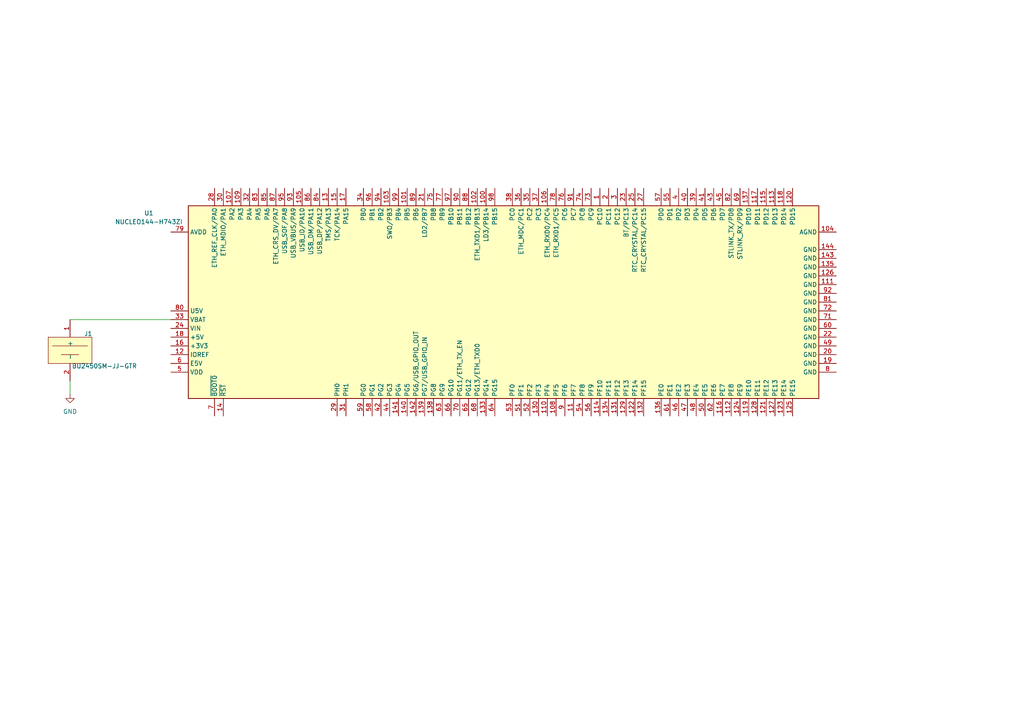
<source format=kicad_sch>
(kicad_sch (version 20231120) (generator "eeschema") (generator_version "8.0")
  (paper "A4")
  (lib_symbols
    (symbol "AVR-KiCAD-Lib-Battery-Holders:BU2450SM-JJ-GTR" (pin_names (offset 1.016))
      (property "Reference" "J" (at -2.54 6.35 0))
      (property "Value" "BU2450SM-JJ-GTR" (at 2.54 -8.89 0))
      (symbol "BU2450SM-JJ-GTR_0_1"
        (rectangle (start -3.81 5.08) (end 3.81 -7.62) (fill (type background)))
        (polyline (pts (xy -1.27 3.81) (xy -1.27 -6.35)))
        (polyline (pts (xy 1.27 1.27) (xy 1.27 -3.81)))
      )
      (symbol "BU2450SM-JJ-GTR_1_1"
        (pin power_out line (at -8.89 -1.27 0) (length 5.08) (name "+") (number "1"))
        (pin passive line (at 8.89 -1.27 180) (length 5.08) (name "-") (number "2"))
      )
    )
    (symbol "MCU_Module:NUCLEO144-H743ZI"
      (property "Reference" "U" (at -22.86 94.615 0))
      (property "Value" "NUCLEO144-H743ZI" (at -22.86 92.71 0))
      (symbol "NUCLEO144-H743ZI_0_1"
        (rectangle (start -27.94 -91.44) (end 27.94 91.44) (stroke (width 0.254)) (fill (type background)))
      )
      (symbol "NUCLEO144-H743ZI_1_1"
        (pin bidirectional line (at 33.02 -27.94 180) (length 5.08) (name "PC10") (number "1"))
        (pin no_connect line (at -27.94 55.88 0) (length 5.08) hide (name "NC") (number "10"))
        (pin bidirectional line (at 33.02 5.08 180) (length 5.08) (name "LD3/PB14") (number "100"))
        (pin bidirectional line (at 33.02 27.94 180) (length 5.08) (name "PB5") (number "101"))
        (pin bidirectional line (at 33.02 7.62 180) (length 5.08) (name "ETH_TXD1/PB13") (number "102"))
        (pin bidirectional line (at 33.02 33.02 180) (length 5.08) (name "SWO/PB3") (number "103"))
        (pin power_in line (at 20.32 -96.52 90) (length 5.08) (name "AGND") (number "104"))
        (pin bidirectional line (at 33.02 58.42 180) (length 5.08) (name "USB_ID/PA10") (number "105"))
        (pin bidirectional line (at 33.02 -12.7 180) (length 5.08) (name "ETH_RXD0/PC4") (number "106"))
        (pin bidirectional line (at 33.02 78.74 180) (length 5.08) (name "PA2") (number "107"))
        (pin bidirectional line (at -33.02 -15.24 0) (length 5.08) (name "PF5") (number "108"))
        (pin bidirectional line (at 33.02 76.2 180) (length 5.08) (name "PA3") (number "109"))
        (pin bidirectional line (at -33.02 -20.32 0) (length 5.08) (name "PF7") (number "11"))
        (pin bidirectional line (at -33.02 -12.7 0) (length 5.08) (name "PF4") (number "110"))
        (pin power_in line (at 5.08 -96.52 90) (length 5.08) (name "GND") (number "111"))
        (pin bidirectional line (at -33.02 -66.04 0) (length 5.08) (name "PE8") (number "112"))
        (pin bidirectional line (at 33.02 -78.74 180) (length 5.08) (name "PD13") (number "113"))
        (pin bidirectional line (at -33.02 -27.94 0) (length 5.08) (name "PF10") (number "114"))
        (pin bidirectional line (at 33.02 -76.2 180) (length 5.08) (name "PD12") (number "115"))
        (pin bidirectional line (at -33.02 -63.5 0) (length 5.08) (name "PE7") (number "116"))
        (pin bidirectional line (at 33.02 -73.66 180) (length 5.08) (name "PD11") (number "117"))
        (pin bidirectional line (at 33.02 -81.28 180) (length 5.08) (name "PD14") (number "118"))
        (pin bidirectional line (at -33.02 -71.12 0) (length 5.08) (name "PE10") (number "119"))
        (pin power_in line (at -15.24 96.52 270) (length 5.08) (name "IOREF") (number "12"))
        (pin bidirectional line (at 33.02 -83.82 180) (length 5.08) (name "PD15") (number "120"))
        (pin bidirectional line (at -33.02 -76.2 0) (length 5.08) (name "PE12") (number "121"))
        (pin bidirectional line (at -33.02 -38.1 0) (length 5.08) (name "PF14") (number "122"))
        (pin bidirectional line (at -33.02 -81.28 0) (length 5.08) (name "PE14") (number "123"))
        (pin bidirectional line (at -33.02 -68.58 0) (length 5.08) (name "PE9") (number "124"))
        (pin bidirectional line (at -33.02 -83.82 0) (length 5.08) (name "PE15") (number "125"))
        (pin power_in line (at 7.62 -96.52 90) (length 5.08) (name "GND") (number "126"))
        (pin bidirectional line (at -33.02 -78.74 0) (length 5.08) (name "PE13") (number "127"))
        (pin bidirectional line (at -33.02 -73.66 0) (length 5.08) (name "PE11") (number "128"))
        (pin bidirectional line (at -33.02 -35.56 0) (length 5.08) (name "PF13") (number "129"))
        (pin bidirectional line (at 33.02 50.8 180) (length 5.08) (name "TMS/PA13") (number "13"))
        (pin bidirectional line (at -33.02 -10.16 0) (length 5.08) (name "PF3") (number "130"))
        (pin bidirectional line (at -33.02 -33.02 0) (length 5.08) (name "PF12") (number "131"))
        (pin bidirectional line (at -33.02 -40.64 0) (length 5.08) (name "PF15") (number "132"))
        (pin bidirectional line (at -33.02 5.08 0) (length 5.08) (name "PG14") (number "133"))
        (pin bidirectional line (at -33.02 -30.48 0) (length 5.08) (name "PF11") (number "134"))
        (pin power_in line (at 10.16 -96.52 90) (length 5.08) (name "GND") (number "135"))
        (pin bidirectional line (at -33.02 -45.72 0) (length 5.08) (name "PE0") (number "136"))
        (pin bidirectional line (at 33.02 -71.12 180) (length 5.08) (name "PD10") (number "137"))
        (pin bidirectional line (at -33.02 20.32 0) (length 5.08) (name "PG8") (number "138"))
        (pin bidirectional line (at -33.02 22.86 0) (length 5.08) (name "PG7/USB_GPIO_IN") (number "139"))
        (pin input line (at -33.02 81.28 0) (length 5.08) (name "~{RST}") (number "14"))
        (pin bidirectional line (at -33.02 27.94 0) (length 5.08) (name "PG5") (number "140"))
        (pin bidirectional line (at -33.02 30.48 0) (length 5.08) (name "PG4") (number "141"))
        (pin bidirectional line (at -33.02 25.4 0) (length 5.08) (name "PG6/USB_GPIO_OUT") (number "142"))
        (pin power_in line (at 12.7 -96.52 90) (length 5.08) (name "GND") (number "143"))
        (pin power_in line (at 15.24 -96.52 90) (length 5.08) (name "GND") (number "144"))
        (pin bidirectional line (at 33.02 48.26 180) (length 5.08) (name "TCK/PA14") (number "15"))
        (pin power_in line (at -12.7 96.52 270) (length 5.08) (name "+3V3") (number "16"))
        (pin bidirectional line (at 33.02 45.72 180) (length 5.08) (name "PA15") (number "17"))
        (pin power_in line (at -10.16 96.52 270) (length 5.08) (name "+5V") (number "18"))
        (pin power_in line (at -17.78 -96.52 90) (length 5.08) (name "GND") (number "19"))
        (pin bidirectional line (at 33.02 -30.48 180) (length 5.08) (name "PC11") (number "2"))
        (pin power_in line (at -15.24 -96.52 90) (length 5.08) (name "GND") (number "20"))
        (pin bidirectional line (at 33.02 22.86 180) (length 5.08) (name "LD2/PB7") (number "21"))
        (pin power_in line (at -10.16 -96.52 90) (length 5.08) (name "GND") (number "22"))
        (pin bidirectional line (at 33.02 -35.56 180) (length 5.08) (name "BT/PC13") (number "23"))
        (pin power_in line (at -7.62 96.52 270) (length 5.08) (name "VIN") (number "24"))
        (pin bidirectional line (at 33.02 -38.1 180) (length 5.08) (name "RTC_CRYSTAL/PC14") (number "25"))
        (pin no_connect line (at -27.94 58.42 0) (length 5.08) hide (name "NC") (number "26"))
        (pin bidirectional line (at 33.02 -40.64 180) (length 5.08) (name "RTC_CRYSTAL/PC15") (number "27"))
        (pin bidirectional line (at 33.02 83.82 180) (length 5.08) (name "ETH_REF_CLK/PA0") (number "28"))
        (pin bidirectional line (at -33.02 48.26 0) (length 5.08) (name "PH0") (number "29"))
        (pin bidirectional line (at 33.02 -33.02 180) (length 5.08) (name "PC12") (number "3"))
        (pin bidirectional line (at 33.02 81.28 180) (length 5.08) (name "ETH_MDIO/PA1") (number "30"))
        (pin bidirectional line (at -33.02 45.72 0) (length 5.08) (name "PH1") (number "31"))
        (pin bidirectional line (at 33.02 73.66 180) (length 5.08) (name "PA4") (number "32"))
        (pin power_in line (at -5.08 96.52 270) (length 5.08) (name "VBAT") (number "33"))
        (pin bidirectional line (at 33.02 40.64 180) (length 5.08) (name "PB0") (number "34"))
        (pin bidirectional line (at 33.02 -7.62 180) (length 5.08) (name "PC2") (number "35"))
        (pin bidirectional line (at 33.02 -5.08 180) (length 5.08) (name "ETH_MDC/PC1") (number "36"))
        (pin bidirectional line (at 33.02 -10.16 180) (length 5.08) (name "PC3") (number "37"))
        (pin bidirectional line (at 33.02 -2.54 180) (length 5.08) (name "PC0") (number "38"))
        (pin bidirectional line (at 33.02 -55.88 180) (length 5.08) (name "PD4") (number "39"))
        (pin bidirectional line (at 33.02 -50.8 180) (length 5.08) (name "PD2") (number "4"))
        (pin bidirectional line (at 33.02 -53.34 180) (length 5.08) (name "PD3") (number "40"))
        (pin bidirectional line (at 33.02 -58.42 180) (length 5.08) (name "PD5") (number "41"))
        (pin bidirectional line (at -33.02 35.56 0) (length 5.08) (name "PG2") (number "42"))
        (pin bidirectional line (at 33.02 -60.96 180) (length 5.08) (name "PD6") (number "43"))
        (pin bidirectional line (at -33.02 33.02 0) (length 5.08) (name "PG3") (number "44"))
        (pin bidirectional line (at 33.02 -63.5 180) (length 5.08) (name "PD7") (number "45"))
        (pin bidirectional line (at -33.02 -50.8 0) (length 5.08) (name "PE2") (number "46"))
        (pin bidirectional line (at -33.02 -53.34 0) (length 5.08) (name "PE3") (number "47"))
        (pin bidirectional line (at -33.02 -55.88 0) (length 5.08) (name "PE4") (number "48"))
        (pin power_in line (at -12.7 -96.52 90) (length 5.08) (name "GND") (number "49"))
        (pin power_in line (at -20.32 96.52 270) (length 5.08) (name "VDD") (number "5"))
        (pin bidirectional line (at -33.02 -58.42 0) (length 5.08) (name "PE5") (number "50"))
        (pin bidirectional line (at -33.02 -5.08 0) (length 5.08) (name "PF1") (number "51"))
        (pin bidirectional line (at -33.02 -7.62 0) (length 5.08) (name "PF2") (number "52"))
        (pin bidirectional line (at -33.02 -2.54 0) (length 5.08) (name "PF0") (number "53"))
        (pin bidirectional line (at -33.02 -22.86 0) (length 5.08) (name "PF8") (number "54"))
        (pin bidirectional line (at 33.02 -48.26 180) (length 5.08) (name "PD1") (number "55"))
        (pin bidirectional line (at -33.02 -25.4 0) (length 5.08) (name "PF9") (number "56"))
        (pin bidirectional line (at 33.02 -45.72 180) (length 5.08) (name "PD0") (number "57"))
        (pin bidirectional line (at -33.02 38.1 0) (length 5.08) (name "PG1") (number "58"))
        (pin bidirectional line (at -33.02 40.64 0) (length 5.08) (name "PG0") (number "59"))
        (pin power_in line (at -17.78 96.52 270) (length 5.08) (name "E5V") (number "6"))
        (pin power_in line (at -7.62 -96.52 90) (length 5.08) (name "GND") (number "60"))
        (pin bidirectional line (at -33.02 -48.26 0) (length 5.08) (name "PE1") (number "61"))
        (pin bidirectional line (at -33.02 -60.96 0) (length 5.08) (name "PE6") (number "62"))
        (pin bidirectional line (at -33.02 17.78 0) (length 5.08) (name "PG9") (number "63"))
        (pin bidirectional line (at -33.02 2.54 0) (length 5.08) (name "PG15") (number "64"))
        (pin bidirectional line (at -33.02 10.16 0) (length 5.08) (name "PG12") (number "65"))
        (pin bidirectional line (at -33.02 15.24 0) (length 5.08) (name "PG10") (number "66"))
        (pin no_connect line (at -27.94 53.34 0) (length 5.08) hide (name "NC") (number "67"))
        (pin bidirectional line (at -33.02 7.62 0) (length 5.08) (name "PG13/ETH_TXD0") (number "68"))
        (pin bidirectional line (at 33.02 -68.58 180) (length 5.08) (name "STLINK_RX/PD9") (number "69"))
        (pin input line (at -33.02 83.82 0) (length 5.08) (name "~{BOOT0}") (number "7"))
        (pin bidirectional line (at -33.02 12.7 0) (length 5.08) (name "PG11/ETH_TX_EN") (number "70"))
        (pin power_in line (at -5.08 -96.52 90) (length 5.08) (name "GND") (number "71"))
        (pin power_in line (at -2.54 -96.52 90) (length 5.08) (name "GND") (number "72"))
        (pin bidirectional line (at 33.02 -25.4 180) (length 5.08) (name "PC9") (number "73"))
        (pin bidirectional line (at 33.02 -22.86 180) (length 5.08) (name "PC8") (number "74"))
        (pin bidirectional line (at 33.02 20.32 180) (length 5.08) (name "PB8") (number "75"))
        (pin bidirectional line (at 33.02 -17.78 180) (length 5.08) (name "PC6") (number "76"))
        (pin bidirectional line (at 33.02 17.78 180) (length 5.08) (name "PB9") (number "77"))
        (pin bidirectional line (at 33.02 -15.24 180) (length 5.08) (name "ETH_RXD1/PC5") (number "78"))
        (pin power_in line (at 20.32 96.52 270) (length 5.08) (name "AVDD") (number "79"))
        (pin power_in line (at -20.32 -96.52 90) (length 5.08) (name "GND") (number "8"))
        (pin power_in line (at -2.54 96.52 270) (length 5.08) (name "U5V") (number "80"))
        (pin power_in line (at 0 -96.52 90) (length 5.08) (name "GND") (number "81"))
        (pin bidirectional line (at 33.02 -66.04 180) (length 5.08) (name "STLINK_TX/PD8") (number "82"))
        (pin bidirectional line (at 33.02 71.12 180) (length 5.08) (name "PA5") (number "83"))
        (pin bidirectional line (at 33.02 53.34 180) (length 5.08) (name "USB_DP/PA12") (number "84"))
        (pin bidirectional line (at 33.02 68.58 180) (length 5.08) (name "PA6") (number "85"))
        (pin bidirectional line (at 33.02 55.88 180) (length 5.08) (name "USB_DM/PA11") (number "86"))
        (pin bidirectional line (at 33.02 66.04 180) (length 5.08) (name "ETH_CRS_DV/PA7") (number "87"))
        (pin bidirectional line (at 33.02 10.16 180) (length 5.08) (name "PB12") (number "88"))
        (pin bidirectional line (at 33.02 25.4 180) (length 5.08) (name "PB6") (number "89"))
        (pin bidirectional line (at -33.02 -17.78 0) (length 5.08) (name "PF6") (number "9"))
        (pin bidirectional line (at 33.02 12.7 180) (length 5.08) (name "PB11") (number "90"))
        (pin bidirectional line (at 33.02 -20.32 180) (length 5.08) (name "PC7") (number "91"))
        (pin power_in line (at 2.54 -96.52 90) (length 5.08) (name "GND") (number "92"))
        (pin bidirectional line (at 33.02 60.96 180) (length 5.08) (name "USB_VBUS/PA9") (number "93"))
        (pin bidirectional line (at 33.02 35.56 180) (length 5.08) (name "PB2") (number "94"))
        (pin bidirectional line (at 33.02 63.5 180) (length 5.08) (name "USB_SOF/PA8") (number "95"))
        (pin bidirectional line (at 33.02 38.1 180) (length 5.08) (name "PB1") (number "96"))
        (pin bidirectional line (at 33.02 15.24 180) (length 5.08) (name "PB10") (number "97"))
        (pin bidirectional line (at 33.02 2.54 180) (length 5.08) (name "PB15") (number "98"))
        (pin bidirectional line (at 33.02 30.48 180) (length 5.08) (name "PB4") (number "99"))
      )
    )
    (symbol "power:GND" (power) (pin_numbers hide) (pin_names (offset 0) hide)
      (property "Value" "GND" (at 0 -3.81 0))
      (symbol "GND_0_1"
        (polyline (pts (xy 0 0) (xy 0 -1.27) (xy 1.27 -1.27) (xy 0 -2.54) (xy -1.27 -1.27) (xy 0 -1.27)))
      )
      (symbol "GND_1_1"
        (pin power_in line (at 0 0 270) (length 0) (name "~") (number "1"))
      )
    )
  )
  (wire (pts (xy 20.32 92.71) (xy 49.53 92.71)))
  (wire (pts (xy 20.32 110.49) (xy 20.32 114.3)))
  (symbol (lib_id "power:GND") (at 20.32 114.3 0) (unit 1)
    (property "Reference" "#PWR01" (effects (hide yes)))
    (property "Value" "GND" (at 20.32 119.38 0))
    (property "Description" "Power symbol creates a global label with name \"GND\" , ground" (effects (hide yes)))
  )
  (symbol (lib_id "MCU_Module:NUCLEO144-H743ZI") (at 146.05 87.63 90) (unit 1)
    (property "Reference" "U1" (at 43.18 61.8138 90))
    (property "Value" "NUCLEO144-H743ZI" (at 43.18 64.3538 90))
    (property "Footprint" "Module:ST_Morpho_Connector_144_STLink" (effects (hide yes)))
    (property "Datasheet" "https://www.st.com/resource/en/user_manual/dm00244518-stm32-nucleo144-boards-stmicroelectronics.pdf" (effects (hide yes)))
    (property "Description" "Nucleo 144 Development Board with STM32H743ZIT6 MCU, 1024kB RAM, 2Mb FLASH" (effects (hide yes)))
  )
  (symbol (lib_id "AVR-KiCAD-Lib-Battery-Holders:BU2450SM-JJ-GTR") (at 21.59 101.6 270) (unit 1)
    (property "Reference" "J1" (at 24.384 96.774 90) (effects (justify left)))
    (property "Value" "BU2450SM-JJ-GTR" (at 20.828 106.172 90) (effects (justify left)))
    (property "Footprint" "AVR-KiCAD-Lib-Battery-Holders:BU2450SM-JJ-GTR" (effects (hide yes)))
    (property "Datasheet" "http://www.memoryprotectiondevices.com/datasheets/BU2450SM-JJ-GTR-datasheet.pdf" (effects (hide yes)))
    (property "Description" "Battery Retainer Coin, 20.0mm 1 Cell SMD (SMT) Tab" (effects (hide yes)))
    (property "Cost QTY: 1" "1.50000" (effects (hide yes)))
    (property "Cost QTY: 1000" "0.82580" (effects (hide yes)))
    (property "Cost QTY: 2500" "0.70013" (effects (hide yes)))
    (property "Cost QTY: 5000" "*" (effects (hide yes)))
    (property "Cost QTY: 10000" "*" (effects (hide yes)))
    (property "MFR" "MPD (Memory Protection Devices)" (effects (hide yes)))
    (property "MFR#" "BU2450SM-JJ-GTR" (effects (hide yes)))
    (property "Vendor" "Digikey" (effects (hide yes)))
    (property "Vendor #" "BU2450SM-JJ-GCT-ND" (effects (hide yes)))
    (property "Designer" "AVR" (effects (hide yes)))
    (property "Height" "6.5mm" (effects (hide yes)))
    (property "Date Created" "3/6/2020" (effects (hide yes)))
    (property "Date Modified" "3/6/2020" (effects (hide yes)))
    (property "Lead-Free ?" "Yes" (effects (hide yes)))
    (property "RoHS Levels" "1" (effects (hide yes)))
    (property "Mounting" "SMT" (effects (hide yes)))
    (property "Pin Count #" "2" (effects (hide yes)))
    (property "Status" "Active" (effects (hide yes)))
    (property "Tolerance" "*" (effects (hide yes)))
    (property "Type" "Battery Retainer" (effects (hide yes)))
    (property "Voltage" "3V" (effects (hide yes)))
    (property "Package" "Proprietary" (effects (hide yes)))
    (property "_Value_" "BU2450SM-JJ-GTR" (effects (hide yes)))
    (property "Management_ID" "*" (effects (hide yes)))
  )
)
</source>
